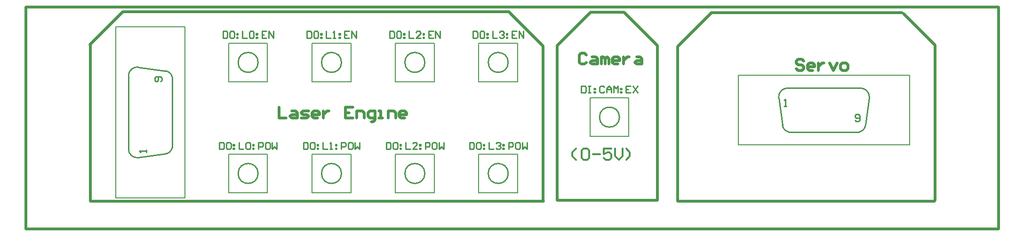
<source format=gto>
G04*
G04 #@! TF.GenerationSoftware,Altium Limited,Altium Designer,21.7.1 (17)*
G04*
G04 Layer_Color=65535*
%FSLAX25Y25*%
%MOIN*%
G70*
G04*
G04 #@! TF.SameCoordinates,5A6BF6B2-75EA-49F6-9102-A494C9BE1907*
G04*
G04*
G04 #@! TF.FilePolarity,Positive*
G04*
G01*
G75*
%ADD10C,0.01000*%
%ADD11C,0.01968*%
%ADD12C,0.00500*%
%ADD13C,0.02126*%
%ADD14C,0.01339*%
D10*
X590635Y-88572D02*
G03*
X594849Y-83632I-1245J5329D01*
G01*
X597560Y-64341D02*
G03*
X591653Y-57599I-6325J418D01*
G01*
X535977Y-83632D02*
G03*
X540191Y-88572I5458J390D01*
G01*
X539173Y-57599D02*
G03*
X533266Y-64341I418J-6325D01*
G01*
X103690Y-49581D02*
G03*
X98750Y-45367I-5329J-1245D01*
G01*
X79459Y-42656D02*
G03*
X72717Y-48563I-418J-6325D01*
G01*
X98750Y-104240D02*
G03*
X103690Y-100026I-390J5458D01*
G01*
X72717Y-101044D02*
G03*
X79459Y-106951I6325J418D01*
G01*
X223606Y-39370D02*
G03*
X223606Y-39370I-7071J0D01*
G01*
X420512Y-78178D02*
G03*
X420512Y-78178I-7071J0D01*
G01*
X282662Y-39370D02*
G03*
X282662Y-39370I-7071J0D01*
G01*
X341717D02*
G03*
X341717Y-39370I-7071J0D01*
G01*
X164551Y-118110D02*
G03*
X164551Y-118110I-7071J0D01*
G01*
X223606D02*
G03*
X223606Y-118110I-7071J0D01*
G01*
X282662D02*
G03*
X282662Y-118110I-7071J0D01*
G01*
X341717D02*
G03*
X341717Y-118110I-7071J0D01*
G01*
X164551Y-39370D02*
G03*
X164551Y-39370I-7071J0D01*
G01*
X594849Y-83632D02*
X597560Y-64341D01*
X533266D02*
X535977Y-83632D01*
X539173Y-57584D02*
X591594D01*
X540413Y-88635D02*
X590413Y-88650D01*
X79459Y-42656D02*
X98750Y-45367D01*
X79459Y-106951D02*
X98750Y-104240D01*
X72702Y-101044D02*
Y-48622D01*
X103753Y-99803D02*
X103768Y-49803D01*
X537165Y-70394D02*
X538831D01*
X537998D01*
Y-65395D01*
X537165Y-66228D01*
X587362Y-80289D02*
X588195Y-81122D01*
X589861D01*
X590694Y-80289D01*
Y-76957D01*
X589861Y-76124D01*
X588195D01*
X587362Y-76957D01*
Y-77790D01*
X588195Y-78623D01*
X590694D01*
X85512Y-103051D02*
Y-101385D01*
Y-102218D01*
X80513D01*
X81346Y-103051D01*
X95407Y-52854D02*
X96240Y-52021D01*
Y-50355D01*
X95407Y-49522D01*
X92075D01*
X91242Y-50355D01*
Y-52021D01*
X92075Y-52854D01*
X92908D01*
X93741Y-52021D01*
Y-49522D01*
X196607Y-95985D02*
Y-100865D01*
X199048D01*
X199861Y-100052D01*
Y-96798D01*
X199048Y-95985D01*
X196607D01*
X203928D02*
X202301D01*
X201488Y-96798D01*
Y-100052D01*
X202301Y-100865D01*
X203928D01*
X204741Y-100052D01*
Y-96798D01*
X203928Y-95985D01*
X206368Y-97612D02*
X207182D01*
Y-98425D01*
X206368D01*
Y-97612D01*
Y-100052D02*
X207182D01*
Y-100865D01*
X206368D01*
Y-100052D01*
X210435Y-95985D02*
Y-100865D01*
X213689D01*
X215315D02*
X216942D01*
X216129D01*
Y-95985D01*
X215315Y-96798D01*
X219382Y-97612D02*
X220196D01*
Y-98425D01*
X219382D01*
Y-97612D01*
Y-100052D02*
X220196D01*
Y-100865D01*
X219382D01*
Y-100052D01*
X223449Y-100865D02*
Y-95985D01*
X225889D01*
X226703Y-96798D01*
Y-98425D01*
X225889Y-99239D01*
X223449D01*
X230770Y-95985D02*
X229143D01*
X228329Y-96798D01*
Y-100052D01*
X229143Y-100865D01*
X230770D01*
X231583Y-100052D01*
Y-96798D01*
X230770Y-95985D01*
X233210D02*
Y-100865D01*
X234837Y-99239D01*
X236463Y-100865D01*
Y-95985D01*
X137146D02*
Y-100865D01*
X139586D01*
X140399Y-100052D01*
Y-96798D01*
X139586Y-95985D01*
X137146D01*
X144466D02*
X142839D01*
X142026Y-96798D01*
Y-100052D01*
X142839Y-100865D01*
X144466D01*
X145280Y-100052D01*
Y-96798D01*
X144466Y-95985D01*
X146906Y-97612D02*
X147720D01*
Y-98425D01*
X146906D01*
Y-97612D01*
Y-100052D02*
X147720D01*
Y-100865D01*
X146906D01*
Y-100052D01*
X150973Y-95985D02*
Y-100865D01*
X154227D01*
X155853Y-96798D02*
X156667Y-95985D01*
X158294D01*
X159107Y-96798D01*
Y-100052D01*
X158294Y-100865D01*
X156667D01*
X155853Y-100052D01*
Y-96798D01*
X160734Y-97612D02*
X161547D01*
Y-98425D01*
X160734D01*
Y-97612D01*
Y-100052D02*
X161547D01*
Y-100865D01*
X160734D01*
Y-100052D01*
X164801Y-100865D02*
Y-95985D01*
X167241D01*
X168054Y-96798D01*
Y-98425D01*
X167241Y-99239D01*
X164801D01*
X172121Y-95985D02*
X170494D01*
X169681Y-96798D01*
Y-100052D01*
X170494Y-100865D01*
X172121D01*
X172935Y-100052D01*
Y-96798D01*
X172121Y-95985D01*
X174561D02*
Y-100865D01*
X176188Y-99239D01*
X177815Y-100865D01*
Y-95985D01*
X316751Y-17245D02*
Y-22125D01*
X319191D01*
X320005Y-21312D01*
Y-18058D01*
X319191Y-17245D01*
X316751D01*
X324072D02*
X322445D01*
X321632Y-18058D01*
Y-21312D01*
X322445Y-22125D01*
X324072D01*
X324885Y-21312D01*
Y-18058D01*
X324072Y-17245D01*
X326512Y-18872D02*
X327325D01*
Y-19685D01*
X326512D01*
Y-18872D01*
Y-21312D02*
X327325D01*
Y-22125D01*
X326512D01*
Y-21312D01*
X330579Y-17245D02*
Y-22125D01*
X333832D01*
X335459Y-18058D02*
X336272Y-17245D01*
X337899D01*
X338713Y-18058D01*
Y-18872D01*
X337899Y-19685D01*
X337086D01*
X337899D01*
X338713Y-20498D01*
Y-21312D01*
X337899Y-22125D01*
X336272D01*
X335459Y-21312D01*
X340339Y-18872D02*
X341153D01*
Y-19685D01*
X340339D01*
Y-18872D01*
Y-21312D02*
X341153D01*
Y-22125D01*
X340339D01*
Y-21312D01*
X347660Y-17245D02*
X344406D01*
Y-22125D01*
X347660D01*
X344406Y-19685D02*
X346033D01*
X349287Y-22125D02*
Y-17245D01*
X352540Y-22125D01*
Y-17245D01*
X257696D02*
Y-22125D01*
X260136D01*
X260950Y-21312D01*
Y-18058D01*
X260136Y-17245D01*
X257696D01*
X265017D02*
X263390D01*
X262576Y-18058D01*
Y-21312D01*
X263390Y-22125D01*
X265017D01*
X265830Y-21312D01*
Y-18058D01*
X265017Y-17245D01*
X267457Y-18872D02*
X268270D01*
Y-19685D01*
X267457D01*
Y-18872D01*
Y-21312D02*
X268270D01*
Y-22125D01*
X267457D01*
Y-21312D01*
X271524Y-17245D02*
Y-22125D01*
X274777D01*
X279658D02*
X276404D01*
X279658Y-18872D01*
Y-18058D01*
X278844Y-17245D01*
X277217D01*
X276404Y-18058D01*
X281284Y-18872D02*
X282098D01*
Y-19685D01*
X281284D01*
Y-18872D01*
Y-21312D02*
X282098D01*
Y-22125D01*
X281284D01*
Y-21312D01*
X288605Y-17245D02*
X285351D01*
Y-22125D01*
X288605D01*
X285351Y-19685D02*
X286978D01*
X290231Y-22125D02*
Y-17245D01*
X293485Y-22125D01*
Y-17245D01*
X199048D02*
Y-22125D01*
X201488D01*
X202301Y-21312D01*
Y-18058D01*
X201488Y-17245D01*
X199048D01*
X206368D02*
X204741D01*
X203928Y-18058D01*
Y-21312D01*
X204741Y-22125D01*
X206368D01*
X207182Y-21312D01*
Y-18058D01*
X206368Y-17245D01*
X208808Y-18872D02*
X209622D01*
Y-19685D01*
X208808D01*
Y-18872D01*
Y-21312D02*
X209622D01*
Y-22125D01*
X208808D01*
Y-21312D01*
X212875Y-17245D02*
Y-22125D01*
X216129D01*
X217756D02*
X219382D01*
X218569D01*
Y-17245D01*
X217756Y-18058D01*
X221822Y-18872D02*
X222636D01*
Y-19685D01*
X221822D01*
Y-18872D01*
Y-21312D02*
X222636D01*
Y-22125D01*
X221822D01*
Y-21312D01*
X229143Y-17245D02*
X225889D01*
Y-22125D01*
X229143D01*
X225889Y-19685D02*
X227516D01*
X230770Y-22125D02*
Y-17245D01*
X234023Y-22125D01*
Y-17245D01*
X139586D02*
Y-22125D01*
X142026D01*
X142839Y-21312D01*
Y-18058D01*
X142026Y-17245D01*
X139586D01*
X146906D02*
X145280D01*
X144466Y-18058D01*
Y-21312D01*
X145280Y-22125D01*
X146906D01*
X147720Y-21312D01*
Y-18058D01*
X146906Y-17245D01*
X149346Y-18872D02*
X150160D01*
Y-19685D01*
X149346D01*
Y-18872D01*
Y-21312D02*
X150160D01*
Y-22125D01*
X149346D01*
Y-21312D01*
X153413Y-17245D02*
Y-22125D01*
X156667D01*
X158294Y-18058D02*
X159107Y-17245D01*
X160734D01*
X161547Y-18058D01*
Y-21312D01*
X160734Y-22125D01*
X159107D01*
X158294Y-21312D01*
Y-18058D01*
X163174Y-18872D02*
X163987D01*
Y-19685D01*
X163174D01*
Y-18872D01*
Y-21312D02*
X163987D01*
Y-22125D01*
X163174D01*
Y-21312D01*
X170494Y-17245D02*
X167241D01*
Y-22125D01*
X170494D01*
X167241Y-19685D02*
X168868D01*
X172121Y-22125D02*
Y-17245D01*
X175375Y-22125D01*
Y-17245D01*
X393513Y-56052D02*
Y-60933D01*
X395953D01*
X396767Y-60119D01*
Y-56866D01*
X395953Y-56052D01*
X393513D01*
X398394D02*
X400020D01*
X399207D01*
Y-60933D01*
X398394D01*
X400020D01*
X402460Y-57679D02*
X403274D01*
Y-58492D01*
X402460D01*
Y-57679D01*
Y-60119D02*
X403274D01*
Y-60933D01*
X402460D01*
Y-60119D01*
X409781Y-56866D02*
X408967Y-56052D01*
X407341D01*
X406527Y-56866D01*
Y-60119D01*
X407341Y-60933D01*
X408967D01*
X409781Y-60119D01*
X411408Y-60933D02*
Y-57679D01*
X413034Y-56052D01*
X414661Y-57679D01*
Y-60933D01*
Y-58492D01*
X411408D01*
X416288Y-60933D02*
Y-56052D01*
X417915Y-57679D01*
X419542Y-56052D01*
Y-60933D01*
X421168Y-57679D02*
X421982D01*
Y-58492D01*
X421168D01*
Y-57679D01*
Y-60119D02*
X421982D01*
Y-60933D01*
X421168D01*
Y-60119D01*
X428489Y-56052D02*
X425235D01*
Y-60933D01*
X428489D01*
X425235Y-58492D02*
X426862D01*
X430116Y-56052D02*
X433369Y-60933D01*
Y-56052D02*
X430116Y-60933D01*
X314311Y-95985D02*
Y-100865D01*
X316751D01*
X317565Y-100052D01*
Y-96798D01*
X316751Y-95985D01*
X314311D01*
X321632D02*
X320005D01*
X319191Y-96798D01*
Y-100052D01*
X320005Y-100865D01*
X321632D01*
X322445Y-100052D01*
Y-96798D01*
X321632Y-95985D01*
X324072Y-97612D02*
X324885D01*
Y-98425D01*
X324072D01*
Y-97612D01*
Y-100052D02*
X324885D01*
Y-100865D01*
X324072D01*
Y-100052D01*
X328139Y-95985D02*
Y-100865D01*
X331392D01*
X333019Y-96798D02*
X333832Y-95985D01*
X335459D01*
X336272Y-96798D01*
Y-97612D01*
X335459Y-98425D01*
X334646D01*
X335459D01*
X336272Y-99239D01*
Y-100052D01*
X335459Y-100865D01*
X333832D01*
X333019Y-100052D01*
X337899Y-97612D02*
X338713D01*
Y-98425D01*
X337899D01*
Y-97612D01*
Y-100052D02*
X338713D01*
Y-100865D01*
X337899D01*
Y-100052D01*
X341966Y-100865D02*
Y-95985D01*
X344406D01*
X345220Y-96798D01*
Y-98425D01*
X344406Y-99239D01*
X341966D01*
X349287Y-95985D02*
X347660D01*
X346847Y-96798D01*
Y-100052D01*
X347660Y-100865D01*
X349287D01*
X350100Y-100052D01*
Y-96798D01*
X349287Y-95985D01*
X351727D02*
Y-100865D01*
X353354Y-99239D01*
X354980Y-100865D01*
Y-95985D01*
X255256D02*
Y-100865D01*
X257696D01*
X258509Y-100052D01*
Y-96798D01*
X257696Y-95985D01*
X255256D01*
X262576D02*
X260950D01*
X260136Y-96798D01*
Y-100052D01*
X260950Y-100865D01*
X262576D01*
X263390Y-100052D01*
Y-96798D01*
X262576Y-95985D01*
X265017Y-97612D02*
X265830D01*
Y-98425D01*
X265017D01*
Y-97612D01*
Y-100052D02*
X265830D01*
Y-100865D01*
X265017D01*
Y-100052D01*
X269083Y-95985D02*
Y-100865D01*
X272337D01*
X277217D02*
X273964D01*
X277217Y-97612D01*
Y-96798D01*
X276404Y-95985D01*
X274777D01*
X273964Y-96798D01*
X278844Y-97612D02*
X279658D01*
Y-98425D01*
X278844D01*
Y-97612D01*
Y-100052D02*
X279658D01*
Y-100865D01*
X278844D01*
Y-100052D01*
X282911Y-100865D02*
Y-95985D01*
X285351D01*
X286165Y-96798D01*
Y-98425D01*
X285351Y-99239D01*
X282911D01*
X290231Y-95985D02*
X288605D01*
X287791Y-96798D01*
Y-100052D01*
X288605Y-100865D01*
X290231D01*
X291045Y-100052D01*
Y-96798D01*
X290231Y-95985D01*
X292672D02*
Y-100865D01*
X294298Y-99239D01*
X295925Y-100865D01*
Y-95985D01*
D11*
X485491Y-4225D02*
X620847D01*
X461830Y-137784D02*
X643574D01*
X461830Y-28047D02*
X485453Y-4425D01*
X461830Y-137784D02*
Y-28047D01*
X376395Y-137233D02*
Y-27418D01*
X400017Y-3796D01*
X621905Y-4777D02*
X644130Y-27002D01*
Y-137238D02*
Y-27002D01*
X45648Y-137795D02*
X366631D01*
X45648D02*
Y-26896D01*
X366468Y-137526D02*
Y-27887D01*
X68707Y-3487D02*
X342484D01*
X45417Y-26776D02*
X68707Y-3487D01*
X342623Y-4043D02*
X366468Y-27887D01*
X447261Y-137233D02*
Y-27418D01*
X423639Y-3796D02*
X447261Y-27418D01*
X400017Y-3796D02*
X423639D01*
X376395Y-137233D02*
X447261D01*
X0Y-157480D02*
X688976Y-157480D01*
X0Y0D02*
X688976Y0D01*
X0Y-157480D02*
Y0D01*
X688976D02*
X688976Y-157480D01*
D12*
X626063Y-97756D02*
Y-48543D01*
X504764Y-97756D02*
X626063D01*
X504764D02*
Y-48543D01*
X626063D01*
X63661Y-14153D02*
X112874D01*
Y-135453D02*
Y-14153D01*
X63661Y-135453D02*
X112874D01*
X63661D02*
Y-14153D01*
X204035Y-53120D02*
X229035D01*
X230285D01*
X202785D02*
X204035D01*
X202785D02*
Y-25620D01*
X230285D01*
Y-53120D02*
Y-25620D01*
X400941Y-91928D02*
X425941D01*
X427191D01*
X399691D02*
X400941D01*
X399691D02*
Y-64428D01*
X427191D01*
Y-91928D02*
Y-64428D01*
X263090Y-53120D02*
X288090D01*
X289340D01*
X261841D02*
X263090D01*
X261841D02*
Y-25620D01*
X289340D01*
Y-53120D02*
Y-25620D01*
X322146Y-53120D02*
X347146D01*
X348396D01*
X320896D02*
X322146D01*
X320896D02*
Y-25620D01*
X348396D01*
Y-53120D02*
Y-25620D01*
X144980Y-131860D02*
X169980D01*
X171230D01*
X143730D02*
X144980D01*
X143730D02*
Y-104360D01*
X171230D01*
Y-131860D02*
Y-104360D01*
X204035Y-131860D02*
X229035D01*
X230285D01*
X202785D02*
X204035D01*
X202785D02*
Y-104360D01*
X230285D01*
Y-131860D02*
Y-104360D01*
X263090Y-131860D02*
X288090D01*
X289340D01*
X261841D02*
X263090D01*
X261841D02*
Y-104360D01*
X289340D01*
Y-131860D02*
Y-104360D01*
X322146Y-131860D02*
X347146D01*
X348396D01*
X320896D02*
X322146D01*
X320896D02*
Y-104360D01*
X348396D01*
Y-131860D02*
Y-104360D01*
X144980Y-53120D02*
X169980D01*
X171230D01*
X143730D02*
X144980D01*
X143730D02*
Y-25620D01*
X171230D01*
Y-53120D02*
Y-25620D01*
D13*
X550976Y-38559D02*
X549664Y-37247D01*
X547040D01*
X545728Y-38559D01*
Y-39871D01*
X547040Y-41182D01*
X549664D01*
X550976Y-42494D01*
Y-43806D01*
X549664Y-45118D01*
X547040D01*
X545728Y-43806D01*
X557535Y-45118D02*
X554912D01*
X553600Y-43806D01*
Y-41182D01*
X554912Y-39871D01*
X557535D01*
X558847Y-41182D01*
Y-42494D01*
X553600D01*
X561471Y-39871D02*
Y-45118D01*
Y-42494D01*
X562783Y-41182D01*
X564095Y-39871D01*
X565407D01*
X569343D02*
X571966Y-45118D01*
X574590Y-39871D01*
X578526Y-45118D02*
X581150D01*
X582462Y-43806D01*
Y-41182D01*
X581150Y-39871D01*
X578526D01*
X577214Y-41182D01*
Y-43806D01*
X578526Y-45118D01*
X397193Y-34059D02*
X395881Y-32747D01*
X393257D01*
X391945Y-34059D01*
Y-39307D01*
X393257Y-40619D01*
X395881D01*
X397193Y-39307D01*
X401128Y-35371D02*
X403752D01*
X405064Y-36683D01*
Y-40619D01*
X401128D01*
X399817Y-39307D01*
X401128Y-37995D01*
X405064D01*
X407688Y-40619D02*
Y-35371D01*
X409000D01*
X410312Y-36683D01*
Y-40619D01*
Y-36683D01*
X411624Y-35371D01*
X412936Y-36683D01*
Y-40619D01*
X419495D02*
X416871D01*
X415559Y-39307D01*
Y-36683D01*
X416871Y-35371D01*
X419495D01*
X420807Y-36683D01*
Y-37995D01*
X415559D01*
X423431Y-35371D02*
Y-40619D01*
Y-37995D01*
X424743Y-36683D01*
X426055Y-35371D01*
X427367D01*
X432614D02*
X435238D01*
X436550Y-36683D01*
Y-40619D01*
X432614D01*
X431302Y-39307D01*
X432614Y-37995D01*
X436550D01*
X179291Y-71040D02*
Y-78912D01*
X184539D01*
X188475Y-73664D02*
X191099D01*
X192411Y-74976D01*
Y-78912D01*
X188475D01*
X187163Y-77600D01*
X188475Y-76288D01*
X192411D01*
X195034Y-78912D02*
X198970D01*
X200282Y-77600D01*
X198970Y-76288D01*
X196346D01*
X195034Y-74976D01*
X196346Y-73664D01*
X200282D01*
X206841Y-78912D02*
X204218D01*
X202906Y-77600D01*
Y-74976D01*
X204218Y-73664D01*
X206841D01*
X208153Y-74976D01*
Y-76288D01*
X202906D01*
X210777Y-73664D02*
Y-78912D01*
Y-76288D01*
X212089Y-74976D01*
X213401Y-73664D01*
X214713D01*
X231768Y-71040D02*
X226520D01*
Y-78912D01*
X231768D01*
X226520Y-74976D02*
X229144D01*
X234392Y-78912D02*
Y-73664D01*
X238327D01*
X239639Y-74976D01*
Y-78912D01*
X244887Y-81535D02*
X246199D01*
X247511Y-80224D01*
Y-73664D01*
X243575D01*
X242263Y-74976D01*
Y-77600D01*
X243575Y-78912D01*
X247511D01*
X250135D02*
X252759D01*
X251447D01*
Y-73664D01*
X250135D01*
X256694Y-78912D02*
Y-73664D01*
X260630D01*
X261942Y-74976D01*
Y-78912D01*
X268501D02*
X265878D01*
X264566Y-77600D01*
Y-74976D01*
X265878Y-73664D01*
X268501D01*
X269813Y-74976D01*
Y-76288D01*
X264566D01*
D14*
X389844Y-108335D02*
X387221Y-105711D01*
Y-103087D01*
X389844Y-100464D01*
X393780Y-101776D02*
X395092Y-100464D01*
X397716D01*
X399028Y-101776D01*
Y-107023D01*
X397716Y-108335D01*
X395092D01*
X393780Y-107023D01*
Y-101776D01*
X401652Y-104399D02*
X406899D01*
X414771Y-100464D02*
X409523D01*
Y-104399D01*
X412147Y-103087D01*
X413459D01*
X414771Y-104399D01*
Y-107023D01*
X413459Y-108335D01*
X410835D01*
X409523Y-107023D01*
X417395Y-100464D02*
Y-105711D01*
X420018Y-108335D01*
X422642Y-105711D01*
Y-100464D01*
X425266Y-108335D02*
X427890Y-105711D01*
Y-103087D01*
X425266Y-100464D01*
M02*

</source>
